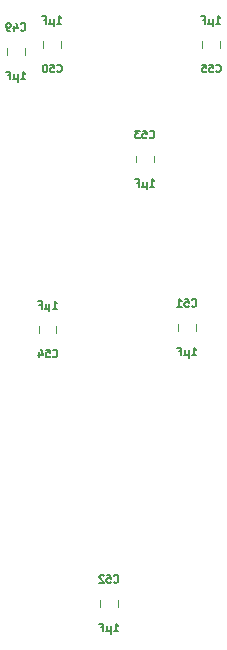
<source format=gbr>
%TF.GenerationSoftware,KiCad,Pcbnew,7.0.5*%
%TF.CreationDate,2023-12-15T12:52:32+02:00*%
%TF.ProjectId,HCP65 MPU Memory,48435036-3520-44d5-9055-204d656d6f72,rev?*%
%TF.SameCoordinates,Original*%
%TF.FileFunction,Legend,Bot*%
%TF.FilePolarity,Positive*%
%FSLAX46Y46*%
G04 Gerber Fmt 4.6, Leading zero omitted, Abs format (unit mm)*
G04 Created by KiCad (PCBNEW 7.0.5) date 2023-12-15 12:52:32*
%MOMM*%
%LPD*%
G01*
G04 APERTURE LIST*
%ADD10C,0.150000*%
%ADD11C,0.120000*%
G04 APERTURE END LIST*
D10*
%TO.C,C49*%
X89789214Y-66984486D02*
X89819452Y-67014725D01*
X89819452Y-67014725D02*
X89910166Y-67044963D01*
X89910166Y-67044963D02*
X89970642Y-67044963D01*
X89970642Y-67044963D02*
X90061357Y-67014725D01*
X90061357Y-67014725D02*
X90121833Y-66954248D01*
X90121833Y-66954248D02*
X90152071Y-66893772D01*
X90152071Y-66893772D02*
X90182309Y-66772820D01*
X90182309Y-66772820D02*
X90182309Y-66682105D01*
X90182309Y-66682105D02*
X90152071Y-66561153D01*
X90152071Y-66561153D02*
X90121833Y-66500677D01*
X90121833Y-66500677D02*
X90061357Y-66440201D01*
X90061357Y-66440201D02*
X89970642Y-66409963D01*
X89970642Y-66409963D02*
X89910166Y-66409963D01*
X89910166Y-66409963D02*
X89819452Y-66440201D01*
X89819452Y-66440201D02*
X89789214Y-66470439D01*
X89244928Y-66621629D02*
X89244928Y-67044963D01*
X89396119Y-66379725D02*
X89547309Y-66833296D01*
X89547309Y-66833296D02*
X89154214Y-66833296D01*
X88882071Y-67044963D02*
X88761119Y-67044963D01*
X88761119Y-67044963D02*
X88700642Y-67014725D01*
X88700642Y-67014725D02*
X88670404Y-66984486D01*
X88670404Y-66984486D02*
X88609928Y-66893772D01*
X88609928Y-66893772D02*
X88579690Y-66772820D01*
X88579690Y-66772820D02*
X88579690Y-66530915D01*
X88579690Y-66530915D02*
X88609928Y-66470439D01*
X88609928Y-66470439D02*
X88640166Y-66440201D01*
X88640166Y-66440201D02*
X88700642Y-66409963D01*
X88700642Y-66409963D02*
X88821595Y-66409963D01*
X88821595Y-66409963D02*
X88882071Y-66440201D01*
X88882071Y-66440201D02*
X88912309Y-66470439D01*
X88912309Y-66470439D02*
X88942547Y-66530915D01*
X88942547Y-66530915D02*
X88942547Y-66682105D01*
X88942547Y-66682105D02*
X88912309Y-66742582D01*
X88912309Y-66742582D02*
X88882071Y-66772820D01*
X88882071Y-66772820D02*
X88821595Y-66803058D01*
X88821595Y-66803058D02*
X88700642Y-66803058D01*
X88700642Y-66803058D02*
X88640166Y-66772820D01*
X88640166Y-66772820D02*
X88609928Y-66742582D01*
X88609928Y-66742582D02*
X88579690Y-66682105D01*
X89831333Y-71151963D02*
X90194190Y-71151963D01*
X90012762Y-71151963D02*
X90012762Y-70516963D01*
X90012762Y-70516963D02*
X90073238Y-70607677D01*
X90073238Y-70607677D02*
X90133714Y-70668153D01*
X90133714Y-70668153D02*
X90194190Y-70698391D01*
X89559190Y-70728629D02*
X89559190Y-71363629D01*
X89256809Y-71061248D02*
X89226571Y-71121725D01*
X89226571Y-71121725D02*
X89166095Y-71151963D01*
X89559190Y-71061248D02*
X89528952Y-71121725D01*
X89528952Y-71121725D02*
X89468476Y-71151963D01*
X89468476Y-71151963D02*
X89347523Y-71151963D01*
X89347523Y-71151963D02*
X89287047Y-71121725D01*
X89287047Y-71121725D02*
X89256809Y-71061248D01*
X89256809Y-71061248D02*
X89256809Y-70728629D01*
X88682285Y-70819344D02*
X88893952Y-70819344D01*
X88893952Y-71151963D02*
X88893952Y-70516963D01*
X88893952Y-70516963D02*
X88591571Y-70516963D01*
%TO.C,C54*%
X92510214Y-94629486D02*
X92540452Y-94659725D01*
X92540452Y-94659725D02*
X92631166Y-94689963D01*
X92631166Y-94689963D02*
X92691642Y-94689963D01*
X92691642Y-94689963D02*
X92782357Y-94659725D01*
X92782357Y-94659725D02*
X92842833Y-94599248D01*
X92842833Y-94599248D02*
X92873071Y-94538772D01*
X92873071Y-94538772D02*
X92903309Y-94417820D01*
X92903309Y-94417820D02*
X92903309Y-94327105D01*
X92903309Y-94327105D02*
X92873071Y-94206153D01*
X92873071Y-94206153D02*
X92842833Y-94145677D01*
X92842833Y-94145677D02*
X92782357Y-94085201D01*
X92782357Y-94085201D02*
X92691642Y-94054963D01*
X92691642Y-94054963D02*
X92631166Y-94054963D01*
X92631166Y-94054963D02*
X92540452Y-94085201D01*
X92540452Y-94085201D02*
X92510214Y-94115439D01*
X91935690Y-94054963D02*
X92238071Y-94054963D01*
X92238071Y-94054963D02*
X92268309Y-94357344D01*
X92268309Y-94357344D02*
X92238071Y-94327105D01*
X92238071Y-94327105D02*
X92177595Y-94296867D01*
X92177595Y-94296867D02*
X92026404Y-94296867D01*
X92026404Y-94296867D02*
X91965928Y-94327105D01*
X91965928Y-94327105D02*
X91935690Y-94357344D01*
X91935690Y-94357344D02*
X91905452Y-94417820D01*
X91905452Y-94417820D02*
X91905452Y-94569010D01*
X91905452Y-94569010D02*
X91935690Y-94629486D01*
X91935690Y-94629486D02*
X91965928Y-94659725D01*
X91965928Y-94659725D02*
X92026404Y-94689963D01*
X92026404Y-94689963D02*
X92177595Y-94689963D01*
X92177595Y-94689963D02*
X92238071Y-94659725D01*
X92238071Y-94659725D02*
X92268309Y-94629486D01*
X91361166Y-94266629D02*
X91361166Y-94689963D01*
X91512357Y-94024725D02*
X91663547Y-94478296D01*
X91663547Y-94478296D02*
X91270452Y-94478296D01*
X92498333Y-90582963D02*
X92861190Y-90582963D01*
X92679762Y-90582963D02*
X92679762Y-89947963D01*
X92679762Y-89947963D02*
X92740238Y-90038677D01*
X92740238Y-90038677D02*
X92800714Y-90099153D01*
X92800714Y-90099153D02*
X92861190Y-90129391D01*
X92226190Y-90159629D02*
X92226190Y-90794629D01*
X91923809Y-90492248D02*
X91893571Y-90552725D01*
X91893571Y-90552725D02*
X91833095Y-90582963D01*
X92226190Y-90492248D02*
X92195952Y-90552725D01*
X92195952Y-90552725D02*
X92135476Y-90582963D01*
X92135476Y-90582963D02*
X92014523Y-90582963D01*
X92014523Y-90582963D02*
X91954047Y-90552725D01*
X91954047Y-90552725D02*
X91923809Y-90492248D01*
X91923809Y-90492248D02*
X91923809Y-90159629D01*
X91349285Y-90250344D02*
X91560952Y-90250344D01*
X91560952Y-90582963D02*
X91560952Y-89947963D01*
X91560952Y-89947963D02*
X91258571Y-89947963D01*
%TO.C,C52*%
X97663214Y-113720486D02*
X97693452Y-113750725D01*
X97693452Y-113750725D02*
X97784166Y-113780963D01*
X97784166Y-113780963D02*
X97844642Y-113780963D01*
X97844642Y-113780963D02*
X97935357Y-113750725D01*
X97935357Y-113750725D02*
X97995833Y-113690248D01*
X97995833Y-113690248D02*
X98026071Y-113629772D01*
X98026071Y-113629772D02*
X98056309Y-113508820D01*
X98056309Y-113508820D02*
X98056309Y-113418105D01*
X98056309Y-113418105D02*
X98026071Y-113297153D01*
X98026071Y-113297153D02*
X97995833Y-113236677D01*
X97995833Y-113236677D02*
X97935357Y-113176201D01*
X97935357Y-113176201D02*
X97844642Y-113145963D01*
X97844642Y-113145963D02*
X97784166Y-113145963D01*
X97784166Y-113145963D02*
X97693452Y-113176201D01*
X97693452Y-113176201D02*
X97663214Y-113206439D01*
X97088690Y-113145963D02*
X97391071Y-113145963D01*
X97391071Y-113145963D02*
X97421309Y-113448344D01*
X97421309Y-113448344D02*
X97391071Y-113418105D01*
X97391071Y-113418105D02*
X97330595Y-113387867D01*
X97330595Y-113387867D02*
X97179404Y-113387867D01*
X97179404Y-113387867D02*
X97118928Y-113418105D01*
X97118928Y-113418105D02*
X97088690Y-113448344D01*
X97088690Y-113448344D02*
X97058452Y-113508820D01*
X97058452Y-113508820D02*
X97058452Y-113660010D01*
X97058452Y-113660010D02*
X97088690Y-113720486D01*
X97088690Y-113720486D02*
X97118928Y-113750725D01*
X97118928Y-113750725D02*
X97179404Y-113780963D01*
X97179404Y-113780963D02*
X97330595Y-113780963D01*
X97330595Y-113780963D02*
X97391071Y-113750725D01*
X97391071Y-113750725D02*
X97421309Y-113720486D01*
X96816547Y-113206439D02*
X96786309Y-113176201D01*
X96786309Y-113176201D02*
X96725833Y-113145963D01*
X96725833Y-113145963D02*
X96574642Y-113145963D01*
X96574642Y-113145963D02*
X96514166Y-113176201D01*
X96514166Y-113176201D02*
X96483928Y-113206439D01*
X96483928Y-113206439D02*
X96453690Y-113266915D01*
X96453690Y-113266915D02*
X96453690Y-113327391D01*
X96453690Y-113327391D02*
X96483928Y-113418105D01*
X96483928Y-113418105D02*
X96846785Y-113780963D01*
X96846785Y-113780963D02*
X96453690Y-113780963D01*
X97705333Y-117887963D02*
X98068190Y-117887963D01*
X97886762Y-117887963D02*
X97886762Y-117252963D01*
X97886762Y-117252963D02*
X97947238Y-117343677D01*
X97947238Y-117343677D02*
X98007714Y-117404153D01*
X98007714Y-117404153D02*
X98068190Y-117434391D01*
X97433190Y-117464629D02*
X97433190Y-118099629D01*
X97130809Y-117797248D02*
X97100571Y-117857725D01*
X97100571Y-117857725D02*
X97040095Y-117887963D01*
X97433190Y-117797248D02*
X97402952Y-117857725D01*
X97402952Y-117857725D02*
X97342476Y-117887963D01*
X97342476Y-117887963D02*
X97221523Y-117887963D01*
X97221523Y-117887963D02*
X97161047Y-117857725D01*
X97161047Y-117857725D02*
X97130809Y-117797248D01*
X97130809Y-117797248D02*
X97130809Y-117464629D01*
X96556285Y-117555344D02*
X96767952Y-117555344D01*
X96767952Y-117887963D02*
X96767952Y-117252963D01*
X96767952Y-117252963D02*
X96465571Y-117252963D01*
%TO.C,C51*%
X104267214Y-90352486D02*
X104297452Y-90382725D01*
X104297452Y-90382725D02*
X104388166Y-90412963D01*
X104388166Y-90412963D02*
X104448642Y-90412963D01*
X104448642Y-90412963D02*
X104539357Y-90382725D01*
X104539357Y-90382725D02*
X104599833Y-90322248D01*
X104599833Y-90322248D02*
X104630071Y-90261772D01*
X104630071Y-90261772D02*
X104660309Y-90140820D01*
X104660309Y-90140820D02*
X104660309Y-90050105D01*
X104660309Y-90050105D02*
X104630071Y-89929153D01*
X104630071Y-89929153D02*
X104599833Y-89868677D01*
X104599833Y-89868677D02*
X104539357Y-89808201D01*
X104539357Y-89808201D02*
X104448642Y-89777963D01*
X104448642Y-89777963D02*
X104388166Y-89777963D01*
X104388166Y-89777963D02*
X104297452Y-89808201D01*
X104297452Y-89808201D02*
X104267214Y-89838439D01*
X103692690Y-89777963D02*
X103995071Y-89777963D01*
X103995071Y-89777963D02*
X104025309Y-90080344D01*
X104025309Y-90080344D02*
X103995071Y-90050105D01*
X103995071Y-90050105D02*
X103934595Y-90019867D01*
X103934595Y-90019867D02*
X103783404Y-90019867D01*
X103783404Y-90019867D02*
X103722928Y-90050105D01*
X103722928Y-90050105D02*
X103692690Y-90080344D01*
X103692690Y-90080344D02*
X103662452Y-90140820D01*
X103662452Y-90140820D02*
X103662452Y-90292010D01*
X103662452Y-90292010D02*
X103692690Y-90352486D01*
X103692690Y-90352486D02*
X103722928Y-90382725D01*
X103722928Y-90382725D02*
X103783404Y-90412963D01*
X103783404Y-90412963D02*
X103934595Y-90412963D01*
X103934595Y-90412963D02*
X103995071Y-90382725D01*
X103995071Y-90382725D02*
X104025309Y-90352486D01*
X103057690Y-90412963D02*
X103420547Y-90412963D01*
X103239119Y-90412963D02*
X103239119Y-89777963D01*
X103239119Y-89777963D02*
X103299595Y-89868677D01*
X103299595Y-89868677D02*
X103360071Y-89929153D01*
X103360071Y-89929153D02*
X103420547Y-89959391D01*
X104309333Y-94519963D02*
X104672190Y-94519963D01*
X104490762Y-94519963D02*
X104490762Y-93884963D01*
X104490762Y-93884963D02*
X104551238Y-93975677D01*
X104551238Y-93975677D02*
X104611714Y-94036153D01*
X104611714Y-94036153D02*
X104672190Y-94066391D01*
X104037190Y-94096629D02*
X104037190Y-94731629D01*
X103734809Y-94429248D02*
X103704571Y-94489725D01*
X103704571Y-94489725D02*
X103644095Y-94519963D01*
X104037190Y-94429248D02*
X104006952Y-94489725D01*
X104006952Y-94489725D02*
X103946476Y-94519963D01*
X103946476Y-94519963D02*
X103825523Y-94519963D01*
X103825523Y-94519963D02*
X103765047Y-94489725D01*
X103765047Y-94489725D02*
X103734809Y-94429248D01*
X103734809Y-94429248D02*
X103734809Y-94096629D01*
X103160285Y-94187344D02*
X103371952Y-94187344D01*
X103371952Y-94519963D02*
X103371952Y-93884963D01*
X103371952Y-93884963D02*
X103069571Y-93884963D01*
%TO.C,C55*%
X106353214Y-70499486D02*
X106383452Y-70529725D01*
X106383452Y-70529725D02*
X106474166Y-70559963D01*
X106474166Y-70559963D02*
X106534642Y-70559963D01*
X106534642Y-70559963D02*
X106625357Y-70529725D01*
X106625357Y-70529725D02*
X106685833Y-70469248D01*
X106685833Y-70469248D02*
X106716071Y-70408772D01*
X106716071Y-70408772D02*
X106746309Y-70287820D01*
X106746309Y-70287820D02*
X106746309Y-70197105D01*
X106746309Y-70197105D02*
X106716071Y-70076153D01*
X106716071Y-70076153D02*
X106685833Y-70015677D01*
X106685833Y-70015677D02*
X106625357Y-69955201D01*
X106625357Y-69955201D02*
X106534642Y-69924963D01*
X106534642Y-69924963D02*
X106474166Y-69924963D01*
X106474166Y-69924963D02*
X106383452Y-69955201D01*
X106383452Y-69955201D02*
X106353214Y-69985439D01*
X105778690Y-69924963D02*
X106081071Y-69924963D01*
X106081071Y-69924963D02*
X106111309Y-70227344D01*
X106111309Y-70227344D02*
X106081071Y-70197105D01*
X106081071Y-70197105D02*
X106020595Y-70166867D01*
X106020595Y-70166867D02*
X105869404Y-70166867D01*
X105869404Y-70166867D02*
X105808928Y-70197105D01*
X105808928Y-70197105D02*
X105778690Y-70227344D01*
X105778690Y-70227344D02*
X105748452Y-70287820D01*
X105748452Y-70287820D02*
X105748452Y-70439010D01*
X105748452Y-70439010D02*
X105778690Y-70499486D01*
X105778690Y-70499486D02*
X105808928Y-70529725D01*
X105808928Y-70529725D02*
X105869404Y-70559963D01*
X105869404Y-70559963D02*
X106020595Y-70559963D01*
X106020595Y-70559963D02*
X106081071Y-70529725D01*
X106081071Y-70529725D02*
X106111309Y-70499486D01*
X105173928Y-69924963D02*
X105476309Y-69924963D01*
X105476309Y-69924963D02*
X105506547Y-70227344D01*
X105506547Y-70227344D02*
X105476309Y-70197105D01*
X105476309Y-70197105D02*
X105415833Y-70166867D01*
X105415833Y-70166867D02*
X105264642Y-70166867D01*
X105264642Y-70166867D02*
X105204166Y-70197105D01*
X105204166Y-70197105D02*
X105173928Y-70227344D01*
X105173928Y-70227344D02*
X105143690Y-70287820D01*
X105143690Y-70287820D02*
X105143690Y-70439010D01*
X105143690Y-70439010D02*
X105173928Y-70499486D01*
X105173928Y-70499486D02*
X105204166Y-70529725D01*
X105204166Y-70529725D02*
X105264642Y-70559963D01*
X105264642Y-70559963D02*
X105415833Y-70559963D01*
X105415833Y-70559963D02*
X105476309Y-70529725D01*
X105476309Y-70529725D02*
X105506547Y-70499486D01*
X106341333Y-66452963D02*
X106704190Y-66452963D01*
X106522762Y-66452963D02*
X106522762Y-65817963D01*
X106522762Y-65817963D02*
X106583238Y-65908677D01*
X106583238Y-65908677D02*
X106643714Y-65969153D01*
X106643714Y-65969153D02*
X106704190Y-65999391D01*
X106069190Y-66029629D02*
X106069190Y-66664629D01*
X105766809Y-66362248D02*
X105736571Y-66422725D01*
X105736571Y-66422725D02*
X105676095Y-66452963D01*
X106069190Y-66362248D02*
X106038952Y-66422725D01*
X106038952Y-66422725D02*
X105978476Y-66452963D01*
X105978476Y-66452963D02*
X105857523Y-66452963D01*
X105857523Y-66452963D02*
X105797047Y-66422725D01*
X105797047Y-66422725D02*
X105766809Y-66362248D01*
X105766809Y-66362248D02*
X105766809Y-66029629D01*
X105192285Y-66120344D02*
X105403952Y-66120344D01*
X105403952Y-66452963D02*
X105403952Y-65817963D01*
X105403952Y-65817963D02*
X105101571Y-65817963D01*
%TO.C,C53*%
X100711214Y-76083486D02*
X100741452Y-76113725D01*
X100741452Y-76113725D02*
X100832166Y-76143963D01*
X100832166Y-76143963D02*
X100892642Y-76143963D01*
X100892642Y-76143963D02*
X100983357Y-76113725D01*
X100983357Y-76113725D02*
X101043833Y-76053248D01*
X101043833Y-76053248D02*
X101074071Y-75992772D01*
X101074071Y-75992772D02*
X101104309Y-75871820D01*
X101104309Y-75871820D02*
X101104309Y-75781105D01*
X101104309Y-75781105D02*
X101074071Y-75660153D01*
X101074071Y-75660153D02*
X101043833Y-75599677D01*
X101043833Y-75599677D02*
X100983357Y-75539201D01*
X100983357Y-75539201D02*
X100892642Y-75508963D01*
X100892642Y-75508963D02*
X100832166Y-75508963D01*
X100832166Y-75508963D02*
X100741452Y-75539201D01*
X100741452Y-75539201D02*
X100711214Y-75569439D01*
X100136690Y-75508963D02*
X100439071Y-75508963D01*
X100439071Y-75508963D02*
X100469309Y-75811344D01*
X100469309Y-75811344D02*
X100439071Y-75781105D01*
X100439071Y-75781105D02*
X100378595Y-75750867D01*
X100378595Y-75750867D02*
X100227404Y-75750867D01*
X100227404Y-75750867D02*
X100166928Y-75781105D01*
X100166928Y-75781105D02*
X100136690Y-75811344D01*
X100136690Y-75811344D02*
X100106452Y-75871820D01*
X100106452Y-75871820D02*
X100106452Y-76023010D01*
X100106452Y-76023010D02*
X100136690Y-76083486D01*
X100136690Y-76083486D02*
X100166928Y-76113725D01*
X100166928Y-76113725D02*
X100227404Y-76143963D01*
X100227404Y-76143963D02*
X100378595Y-76143963D01*
X100378595Y-76143963D02*
X100439071Y-76113725D01*
X100439071Y-76113725D02*
X100469309Y-76083486D01*
X99894785Y-75508963D02*
X99501690Y-75508963D01*
X99501690Y-75508963D02*
X99713357Y-75750867D01*
X99713357Y-75750867D02*
X99622642Y-75750867D01*
X99622642Y-75750867D02*
X99562166Y-75781105D01*
X99562166Y-75781105D02*
X99531928Y-75811344D01*
X99531928Y-75811344D02*
X99501690Y-75871820D01*
X99501690Y-75871820D02*
X99501690Y-76023010D01*
X99501690Y-76023010D02*
X99531928Y-76083486D01*
X99531928Y-76083486D02*
X99562166Y-76113725D01*
X99562166Y-76113725D02*
X99622642Y-76143963D01*
X99622642Y-76143963D02*
X99804071Y-76143963D01*
X99804071Y-76143963D02*
X99864547Y-76113725D01*
X99864547Y-76113725D02*
X99894785Y-76083486D01*
X100753333Y-80250963D02*
X101116190Y-80250963D01*
X100934762Y-80250963D02*
X100934762Y-79615963D01*
X100934762Y-79615963D02*
X100995238Y-79706677D01*
X100995238Y-79706677D02*
X101055714Y-79767153D01*
X101055714Y-79767153D02*
X101116190Y-79797391D01*
X100481190Y-79827629D02*
X100481190Y-80462629D01*
X100178809Y-80160248D02*
X100148571Y-80220725D01*
X100148571Y-80220725D02*
X100088095Y-80250963D01*
X100481190Y-80160248D02*
X100450952Y-80220725D01*
X100450952Y-80220725D02*
X100390476Y-80250963D01*
X100390476Y-80250963D02*
X100269523Y-80250963D01*
X100269523Y-80250963D02*
X100209047Y-80220725D01*
X100209047Y-80220725D02*
X100178809Y-80160248D01*
X100178809Y-80160248D02*
X100178809Y-79827629D01*
X99604285Y-79918344D02*
X99815952Y-79918344D01*
X99815952Y-80250963D02*
X99815952Y-79615963D01*
X99815952Y-79615963D02*
X99513571Y-79615963D01*
%TO.C,C50*%
X92891214Y-70499486D02*
X92921452Y-70529725D01*
X92921452Y-70529725D02*
X93012166Y-70559963D01*
X93012166Y-70559963D02*
X93072642Y-70559963D01*
X93072642Y-70559963D02*
X93163357Y-70529725D01*
X93163357Y-70529725D02*
X93223833Y-70469248D01*
X93223833Y-70469248D02*
X93254071Y-70408772D01*
X93254071Y-70408772D02*
X93284309Y-70287820D01*
X93284309Y-70287820D02*
X93284309Y-70197105D01*
X93284309Y-70197105D02*
X93254071Y-70076153D01*
X93254071Y-70076153D02*
X93223833Y-70015677D01*
X93223833Y-70015677D02*
X93163357Y-69955201D01*
X93163357Y-69955201D02*
X93072642Y-69924963D01*
X93072642Y-69924963D02*
X93012166Y-69924963D01*
X93012166Y-69924963D02*
X92921452Y-69955201D01*
X92921452Y-69955201D02*
X92891214Y-69985439D01*
X92316690Y-69924963D02*
X92619071Y-69924963D01*
X92619071Y-69924963D02*
X92649309Y-70227344D01*
X92649309Y-70227344D02*
X92619071Y-70197105D01*
X92619071Y-70197105D02*
X92558595Y-70166867D01*
X92558595Y-70166867D02*
X92407404Y-70166867D01*
X92407404Y-70166867D02*
X92346928Y-70197105D01*
X92346928Y-70197105D02*
X92316690Y-70227344D01*
X92316690Y-70227344D02*
X92286452Y-70287820D01*
X92286452Y-70287820D02*
X92286452Y-70439010D01*
X92286452Y-70439010D02*
X92316690Y-70499486D01*
X92316690Y-70499486D02*
X92346928Y-70529725D01*
X92346928Y-70529725D02*
X92407404Y-70559963D01*
X92407404Y-70559963D02*
X92558595Y-70559963D01*
X92558595Y-70559963D02*
X92619071Y-70529725D01*
X92619071Y-70529725D02*
X92649309Y-70499486D01*
X91893357Y-69924963D02*
X91832880Y-69924963D01*
X91832880Y-69924963D02*
X91772404Y-69955201D01*
X91772404Y-69955201D02*
X91742166Y-69985439D01*
X91742166Y-69985439D02*
X91711928Y-70045915D01*
X91711928Y-70045915D02*
X91681690Y-70166867D01*
X91681690Y-70166867D02*
X91681690Y-70318058D01*
X91681690Y-70318058D02*
X91711928Y-70439010D01*
X91711928Y-70439010D02*
X91742166Y-70499486D01*
X91742166Y-70499486D02*
X91772404Y-70529725D01*
X91772404Y-70529725D02*
X91832880Y-70559963D01*
X91832880Y-70559963D02*
X91893357Y-70559963D01*
X91893357Y-70559963D02*
X91953833Y-70529725D01*
X91953833Y-70529725D02*
X91984071Y-70499486D01*
X91984071Y-70499486D02*
X92014309Y-70439010D01*
X92014309Y-70439010D02*
X92044547Y-70318058D01*
X92044547Y-70318058D02*
X92044547Y-70166867D01*
X92044547Y-70166867D02*
X92014309Y-70045915D01*
X92014309Y-70045915D02*
X91984071Y-69985439D01*
X91984071Y-69985439D02*
X91953833Y-69955201D01*
X91953833Y-69955201D02*
X91893357Y-69924963D01*
X92879333Y-66452963D02*
X93242190Y-66452963D01*
X93060762Y-66452963D02*
X93060762Y-65817963D01*
X93060762Y-65817963D02*
X93121238Y-65908677D01*
X93121238Y-65908677D02*
X93181714Y-65969153D01*
X93181714Y-65969153D02*
X93242190Y-65999391D01*
X92607190Y-66029629D02*
X92607190Y-66664629D01*
X92304809Y-66362248D02*
X92274571Y-66422725D01*
X92274571Y-66422725D02*
X92214095Y-66452963D01*
X92607190Y-66362248D02*
X92576952Y-66422725D01*
X92576952Y-66422725D02*
X92516476Y-66452963D01*
X92516476Y-66452963D02*
X92395523Y-66452963D01*
X92395523Y-66452963D02*
X92335047Y-66422725D01*
X92335047Y-66422725D02*
X92304809Y-66362248D01*
X92304809Y-66362248D02*
X92304809Y-66029629D01*
X91730285Y-66120344D02*
X91941952Y-66120344D01*
X91941952Y-66452963D02*
X91941952Y-65817963D01*
X91941952Y-65817963D02*
X91639571Y-65817963D01*
D11*
%TO.C,C49*%
X90143000Y-69079252D02*
X90143000Y-68556748D01*
X88673000Y-69079252D02*
X88673000Y-68556748D01*
%TO.C,C54*%
X91340000Y-92083748D02*
X91340000Y-92606252D01*
X92810000Y-92083748D02*
X92810000Y-92606252D01*
%TO.C,C52*%
X98017000Y-115815252D02*
X98017000Y-115292748D01*
X96547000Y-115815252D02*
X96547000Y-115292748D01*
%TO.C,C51*%
X104621000Y-92447252D02*
X104621000Y-91924748D01*
X103151000Y-92447252D02*
X103151000Y-91924748D01*
%TO.C,C55*%
X105183000Y-67953748D02*
X105183000Y-68476252D01*
X106653000Y-67953748D02*
X106653000Y-68476252D01*
%TO.C,C53*%
X101065000Y-78178252D02*
X101065000Y-77655748D01*
X99595000Y-78178252D02*
X99595000Y-77655748D01*
%TO.C,C50*%
X91721000Y-67953748D02*
X91721000Y-68476252D01*
X93191000Y-67953748D02*
X93191000Y-68476252D01*
%TD*%
M02*

</source>
